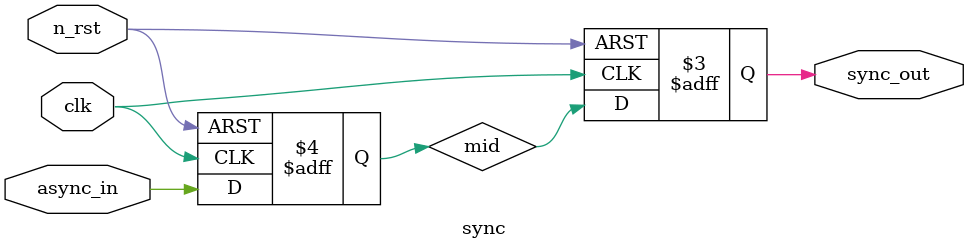
<source format=sv>
module sync
(
	input wire clk,
	input wire n_rst,
	input wire async_in,
	output reg sync_out
);

reg mid;
always_ff @ (posedge clk, negedge n_rst)
begin
	if (1'b0 == n_rst)
	begin
		sync_out <= 1'b0;
		mid <= 1'b0;
	end
	else
	begin
		mid <= async_in;
		sync_out <= mid;
	end
end
endmodule 

</source>
